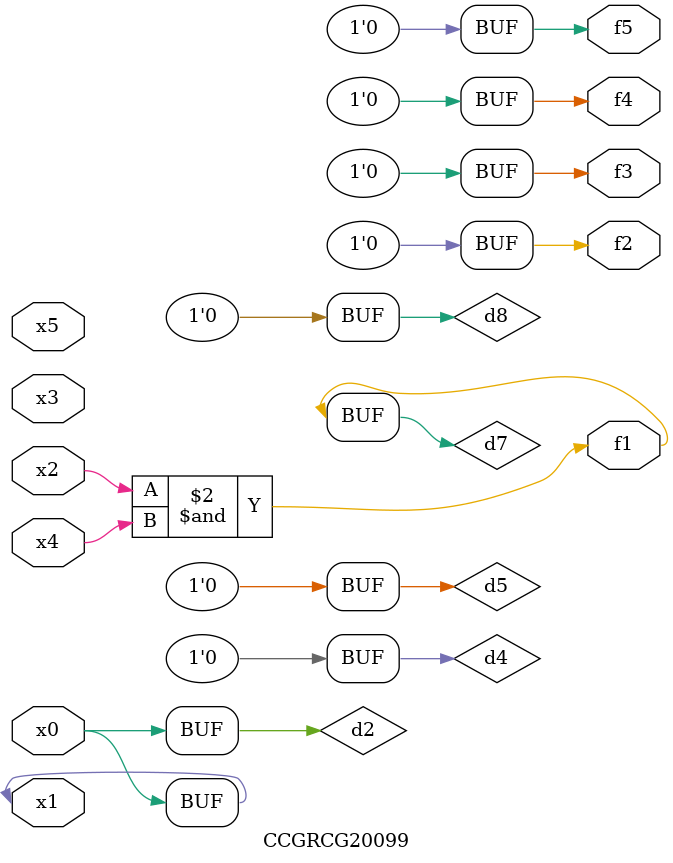
<source format=v>
module CCGRCG20099(
	input x0, x1, x2, x3, x4, x5,
	output f1, f2, f3, f4, f5
);

	wire d1, d2, d3, d4, d5, d6, d7, d8, d9;

	nand (d1, x1);
	buf (d2, x0, x1);
	nand (d3, x2, x4);
	and (d4, d1, d2);
	and (d5, d1, d2);
	nand (d6, d1, d3);
	not (d7, d3);
	xor (d8, d5);
	nor (d9, d5, d6);
	assign f1 = d7;
	assign f2 = d8;
	assign f3 = d8;
	assign f4 = d8;
	assign f5 = d8;
endmodule

</source>
